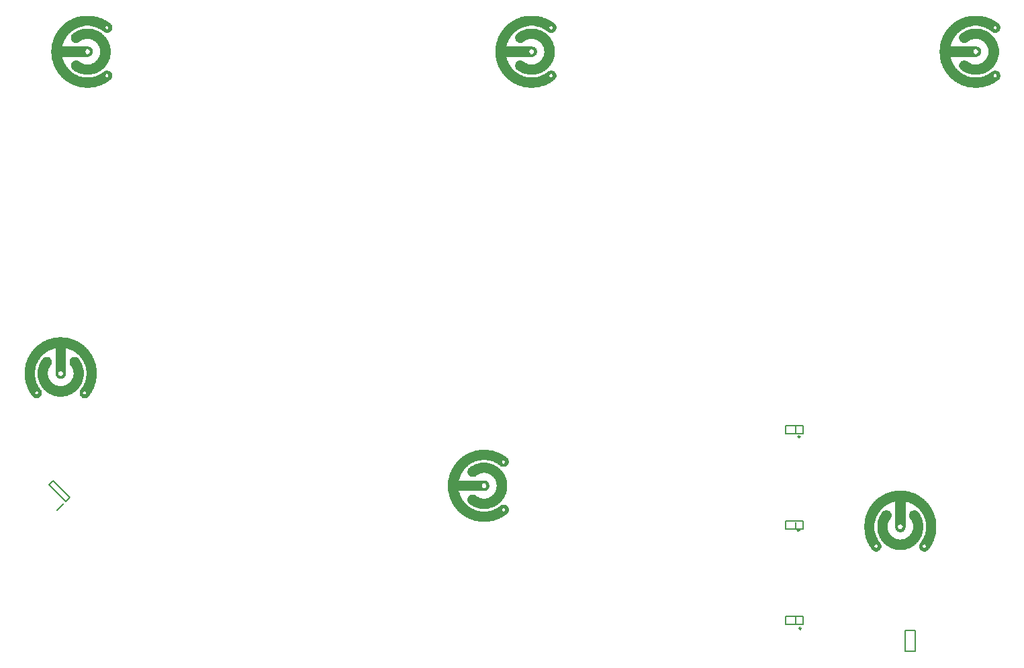
<source format=gbo>
G04 Layer_Color=32896*
%FSLAX44Y44*%
%MOMM*%
G71*
G01*
G75*
%ADD38C,0.2540*%
%ADD41C,0.2000*%
%ADD70C,0.0508*%
D38*
X1233500Y448750D02*
G03*
X1233500Y448750I-1250J0D01*
G01*
X1232750Y330750D02*
G03*
X1232750Y330750I-1250J0D01*
G01*
X1235000Y206750D02*
G03*
X1235000Y206750I-1250J0D01*
G01*
D41*
X308132Y366918D02*
X313081Y371868D01*
X291868Y393082D02*
X313081Y371868D01*
X286919Y388132D02*
X291868Y393082D01*
X286919Y388132D02*
X308132Y366918D01*
X296995Y356135D02*
X305480Y364620D01*
X1215250Y222000D02*
X1237250D01*
Y212000D02*
Y222000D01*
X1215250Y212000D02*
X1237250D01*
X1215250D02*
Y222000D01*
X1227750Y212000D02*
Y221000D01*
X1215250Y462500D02*
X1237250D01*
Y452500D02*
Y462500D01*
X1215250Y452500D02*
X1237250D01*
X1215250D02*
Y462500D01*
X1227750Y452500D02*
Y461500D01*
X1215250Y342000D02*
X1237250D01*
Y332000D02*
Y342000D01*
X1215250Y332000D02*
X1237250D01*
X1215250D02*
Y342000D01*
X1227750Y332000D02*
Y341000D01*
X1366500Y204500D02*
X1379000D01*
X1366500Y178000D02*
X1379000D01*
X1366500D02*
Y204500D01*
X1379000Y178000D02*
Y204500D01*
D70*
X255804Y525396D02*
Y532000D01*
X256312Y521332D02*
Y536064D01*
X256820Y518792D02*
Y539112D01*
X257328Y516760D02*
Y541144D01*
X257836Y514728D02*
Y542668D01*
X258344Y513204D02*
Y544192D01*
X258852Y512188D02*
Y545208D01*
X259360Y510664D02*
Y546732D01*
X259868Y509648D02*
Y547748D01*
X260376Y508632D02*
Y548764D01*
X260884Y507616D02*
Y549780D01*
X261392Y506600D02*
Y550796D01*
X261900Y505584D02*
Y551812D01*
X262408Y505076D02*
Y552320D01*
X262916Y504060D02*
Y553336D01*
X263424Y503552D02*
Y554352D01*
X263932Y502536D02*
Y554860D01*
X264440Y502028D02*
Y555368D01*
X264948Y501520D02*
Y556384D01*
X265456Y500504D02*
Y556892D01*
X265964Y499996D02*
Y557400D01*
X266472Y499488D02*
Y557908D01*
X266980Y498980D02*
Y558924D01*
X267488Y498980D02*
Y559432D01*
X267996Y498472D02*
Y559940D01*
X268504Y498472D02*
Y503044D01*
Y505076D02*
Y523364D01*
Y534032D02*
Y560448D01*
X269012Y497964D02*
Y502536D01*
Y506092D02*
Y520824D01*
Y536572D02*
Y560956D01*
X269520Y497964D02*
Y502028D01*
Y506092D02*
Y519300D01*
Y538604D02*
Y561464D01*
X270028Y497964D02*
Y502028D01*
Y506600D02*
Y517776D01*
Y540128D02*
Y561972D01*
X270536Y497964D02*
Y502028D01*
Y506600D02*
Y516252D01*
Y541144D02*
Y562480D01*
X271044Y497964D02*
Y502028D01*
Y506600D02*
Y515236D01*
Y542160D02*
Y562480D01*
X271552Y497964D02*
Y502028D01*
Y506600D02*
Y514220D01*
Y543176D02*
Y562988D01*
X272060Y497964D02*
Y502536D01*
Y506092D02*
Y513204D01*
Y544192D02*
Y563496D01*
X272568Y498472D02*
Y503044D01*
Y505584D02*
Y512188D01*
Y523364D02*
Y534032D01*
Y545208D02*
Y564004D01*
X273076Y498472D02*
Y511172D01*
Y521332D02*
Y536572D01*
Y546224D02*
Y564512D01*
X273584Y498980D02*
Y510664D01*
Y519300D02*
Y538096D01*
Y546732D02*
Y565020D01*
X274092Y498980D02*
Y509648D01*
Y518284D02*
Y539620D01*
Y547748D02*
Y565020D01*
X274600Y499488D02*
Y509140D01*
Y516760D02*
Y540636D01*
Y548256D02*
Y565528D01*
X275108Y499996D02*
Y508632D01*
Y515744D02*
Y541652D01*
Y548764D02*
Y566036D01*
X275616Y500504D02*
Y507616D01*
Y514728D02*
Y542668D01*
Y549780D02*
Y566036D01*
X276124Y501520D02*
Y507108D01*
Y514220D02*
Y543684D01*
Y550288D02*
Y566544D01*
X276632Y503044D02*
Y505584D01*
Y513204D02*
Y544700D01*
Y550796D02*
Y567052D01*
X277140Y512188D02*
Y545208D01*
Y551304D02*
Y567052D01*
X277648Y511680D02*
Y545716D01*
Y551812D02*
Y567560D01*
X278156Y511172D02*
Y546732D01*
Y552320D02*
Y568068D01*
X278664Y510664D02*
Y547240D01*
Y552828D02*
Y568068D01*
X279172Y509648D02*
Y547748D01*
Y553336D02*
Y568576D01*
X279680Y509140D02*
Y548256D01*
Y553844D02*
Y568576D01*
X280188Y508632D02*
Y548256D01*
Y554352D02*
Y569084D01*
X280696Y508124D02*
Y548764D01*
Y554352D02*
Y569084D01*
X281204Y507616D02*
Y548764D01*
Y554860D02*
Y569592D01*
X281712Y507108D02*
Y549272D01*
Y555368D02*
Y569592D01*
X282220Y506600D02*
Y549272D01*
Y555876D02*
Y570100D01*
X282728Y506600D02*
Y549272D01*
Y555876D02*
Y570100D01*
X283236Y506092D02*
Y549272D01*
Y556384D02*
Y570608D01*
X283744Y505584D02*
Y549272D01*
Y556892D02*
Y570608D01*
X284252Y505076D02*
Y549272D01*
Y556892D02*
Y570608D01*
X284760Y505076D02*
Y525904D01*
Y532000D02*
Y549272D01*
Y557400D02*
Y571116D01*
X285268Y504568D02*
Y523872D01*
Y534032D02*
Y548764D01*
Y557400D02*
Y571116D01*
X285776Y504060D02*
Y522348D01*
Y535048D02*
Y548764D01*
Y557908D02*
Y571624D01*
X286284Y504060D02*
Y521332D01*
Y536064D02*
Y548764D01*
Y557908D02*
Y571624D01*
X286792Y503552D02*
Y520316D01*
Y537080D02*
Y548256D01*
Y558416D02*
Y571624D01*
X287300Y503552D02*
Y519808D01*
Y538096D02*
Y547748D01*
Y558416D02*
Y572132D01*
X287808Y503044D02*
Y518792D01*
Y538604D02*
Y547240D01*
Y558924D02*
Y572132D01*
X288316Y503044D02*
Y518284D01*
Y539620D02*
Y546732D01*
Y558924D02*
Y572132D01*
X288824Y502536D02*
Y517776D01*
Y540128D02*
Y545716D01*
Y559432D02*
Y572132D01*
X289332Y502536D02*
Y517268D01*
Y541652D02*
Y544700D01*
Y559432D02*
Y572640D01*
X289840Y502028D02*
Y516760D01*
Y559432D02*
Y572640D01*
X290348Y502028D02*
Y516252D01*
Y559940D02*
Y572640D01*
X290856Y501520D02*
Y515744D01*
Y559940D02*
Y572640D01*
X291364Y501520D02*
Y515236D01*
Y559940D02*
Y573148D01*
X291872Y501520D02*
Y515236D01*
Y560448D02*
Y573148D01*
X292380Y501012D02*
Y514728D01*
Y560448D02*
Y573148D01*
X292888Y501012D02*
Y514728D01*
Y560448D02*
Y573148D01*
X293396Y501012D02*
Y514220D01*
Y560956D02*
Y573148D01*
X293904Y501012D02*
Y513712D01*
Y560956D02*
Y573656D01*
X294412Y500504D02*
Y513712D01*
Y560956D02*
Y573656D01*
X294920Y500504D02*
Y513712D01*
Y527428D02*
Y573656D01*
X295428Y500504D02*
Y513204D01*
Y525904D02*
Y573656D01*
X295936Y500504D02*
Y513204D01*
Y524888D02*
Y573656D01*
X296444Y500504D02*
Y513204D01*
Y524380D02*
Y573656D01*
X296952Y499996D02*
Y512696D01*
Y523872D02*
Y573656D01*
X297460Y499996D02*
Y512696D01*
Y523364D02*
Y573656D01*
X297968Y499996D02*
Y512696D01*
Y523364D02*
Y527428D01*
Y530476D02*
Y573656D01*
X298476Y499996D02*
Y512696D01*
Y522856D02*
Y526412D01*
Y530984D02*
Y574164D01*
X298984Y499996D02*
Y512696D01*
Y522856D02*
Y525904D01*
Y531492D02*
Y574164D01*
X299492Y499996D02*
Y512188D01*
Y522348D02*
Y525904D01*
Y531492D02*
Y574164D01*
X300000Y499996D02*
Y512188D01*
Y522348D02*
Y525396D01*
Y532000D02*
Y574164D01*
X300508Y499996D02*
Y512188D01*
Y522348D02*
Y525396D01*
Y532000D02*
Y574164D01*
X301016Y499996D02*
Y512188D01*
Y522348D02*
Y525396D01*
Y532000D02*
Y574164D01*
X301524Y499996D02*
Y512188D01*
Y522348D02*
Y525396D01*
Y532000D02*
Y574164D01*
X302032Y499996D02*
Y512188D01*
Y522348D02*
Y525396D01*
Y532000D02*
Y574164D01*
X302540Y499996D02*
Y512696D01*
Y522856D02*
Y525904D01*
Y531492D02*
Y574164D01*
X303048Y499996D02*
Y512696D01*
Y522856D02*
Y526412D01*
Y531492D02*
Y574164D01*
X303556Y499996D02*
Y512696D01*
Y522856D02*
Y526920D01*
Y530476D02*
Y573656D01*
X304064Y499996D02*
Y512696D01*
Y523364D02*
Y527936D01*
Y529968D02*
Y573656D01*
X304572Y499996D02*
Y512696D01*
Y523364D02*
Y573656D01*
X305080Y500504D02*
Y512696D01*
Y523872D02*
Y573656D01*
X305588Y500504D02*
Y513204D01*
Y524380D02*
Y573656D01*
X306096Y500504D02*
Y513204D01*
Y524888D02*
Y573656D01*
X306604Y500504D02*
Y513204D01*
Y525904D02*
Y573656D01*
X307112Y500504D02*
Y513712D01*
Y527936D02*
Y573656D01*
X307620Y500504D02*
Y513712D01*
Y560956D02*
Y573656D01*
X308128Y501012D02*
Y514220D01*
Y560956D02*
Y573656D01*
X308636Y501012D02*
Y514220D01*
Y560448D02*
Y573148D01*
X309144Y501012D02*
Y514728D01*
Y560448D02*
Y573148D01*
X309652Y501520D02*
Y514728D01*
Y560448D02*
Y573148D01*
X310160Y501520D02*
Y515236D01*
Y560448D02*
Y573148D01*
X310668Y501520D02*
Y515744D01*
Y559940D02*
Y573148D01*
X311176Y502028D02*
Y516252D01*
Y559940D02*
Y572640D01*
X311684Y502028D02*
Y516252D01*
Y559940D02*
Y572640D01*
X312192Y502028D02*
Y516760D01*
Y559432D02*
Y572640D01*
X312700Y502536D02*
Y517268D01*
Y541144D02*
Y545208D01*
Y559432D02*
Y572640D01*
X313208Y502536D02*
Y517776D01*
Y539620D02*
Y546224D01*
Y558924D02*
Y572132D01*
X313716Y503044D02*
Y518792D01*
Y539112D02*
Y547240D01*
Y558924D02*
Y572132D01*
X314224Y503044D02*
Y519300D01*
Y538604D02*
Y547748D01*
Y558924D02*
Y572132D01*
X314732Y503552D02*
Y519808D01*
Y537588D02*
Y547748D01*
Y558416D02*
Y571624D01*
X315240Y503552D02*
Y520824D01*
Y537080D02*
Y548256D01*
Y558416D02*
Y571624D01*
X315748Y504060D02*
Y521840D01*
Y536064D02*
Y548764D01*
Y557908D02*
Y571624D01*
X316256Y504568D02*
Y522856D01*
Y534540D02*
Y548764D01*
Y557908D02*
Y571116D01*
X316764Y504568D02*
Y524380D01*
Y533016D02*
Y548764D01*
Y557400D02*
Y571116D01*
X317272Y505076D02*
Y526920D01*
Y530476D02*
Y549272D01*
Y557400D02*
Y571116D01*
X317780Y505584D02*
Y549272D01*
Y556892D02*
Y570608D01*
X318288Y505584D02*
Y549272D01*
Y556384D02*
Y570608D01*
X318796Y506092D02*
Y549272D01*
Y556384D02*
Y570100D01*
X319304Y506600D02*
Y549272D01*
Y555876D02*
Y570100D01*
X319812Y507108D02*
Y549272D01*
Y555368D02*
Y570100D01*
X320320Y507616D02*
Y548764D01*
Y555368D02*
Y569592D01*
X320828Y508124D02*
Y548764D01*
Y554860D02*
Y569592D01*
X321336Y508632D02*
Y548764D01*
Y554352D02*
Y569084D01*
X321844Y509140D02*
Y548256D01*
Y553844D02*
Y569084D01*
X322352Y509648D02*
Y547748D01*
Y553336D02*
Y568576D01*
X322860Y510156D02*
Y547748D01*
Y553336D02*
Y568068D01*
X323368Y510664D02*
Y546732D01*
Y552828D02*
Y568068D01*
X323876Y511172D02*
Y546224D01*
Y552320D02*
Y567560D01*
X324384Y512188D02*
Y545716D01*
Y551812D02*
Y567560D01*
X324892Y512696D02*
Y544700D01*
Y551304D02*
Y567052D01*
X325400Y502028D02*
Y506092D01*
Y513712D02*
Y544192D01*
Y550796D02*
Y566544D01*
X325908Y501012D02*
Y507616D01*
Y514220D02*
Y543176D01*
Y549780D02*
Y566544D01*
X326416Y500504D02*
Y508124D01*
Y515236D02*
Y542160D01*
Y549272D02*
Y566036D01*
X326924Y499488D02*
Y508632D01*
Y516252D02*
Y541144D01*
Y548764D02*
Y565528D01*
X327432Y499488D02*
Y509648D01*
Y517268D02*
Y540128D01*
Y548256D02*
Y565528D01*
X327940Y498980D02*
Y510156D01*
Y518792D02*
Y539112D01*
Y547240D02*
Y565020D01*
X328448Y498472D02*
Y511172D01*
Y520316D02*
Y537588D01*
Y546732D02*
Y564512D01*
X328956Y498472D02*
Y503044D01*
Y505076D02*
Y511680D01*
Y521840D02*
Y535556D01*
Y545716D02*
Y564004D01*
X329464Y498472D02*
Y502536D01*
Y506092D02*
Y512696D01*
Y524888D02*
Y533016D01*
Y544700D02*
Y564004D01*
X329972Y497964D02*
Y502028D01*
Y506092D02*
Y513712D01*
Y544192D02*
Y563496D01*
X330480Y497964D02*
Y502028D01*
Y506600D02*
Y514728D01*
Y543176D02*
Y562988D01*
X330988Y497964D02*
Y502028D01*
Y506600D02*
Y515744D01*
Y541652D02*
Y562480D01*
X331496Y497964D02*
Y502028D01*
Y506600D02*
Y516760D01*
Y540636D02*
Y561972D01*
X332004Y497964D02*
Y502028D01*
Y506600D02*
Y518284D01*
Y539112D02*
Y561464D01*
X332512Y497964D02*
Y502536D01*
Y506092D02*
Y519808D01*
Y537588D02*
Y560956D01*
X333020Y498472D02*
Y503044D01*
Y505584D02*
Y521840D01*
Y535556D02*
Y560448D01*
X333528Y498472D02*
Y524888D01*
Y532508D02*
Y559940D01*
X334036Y498472D02*
Y559432D01*
X334544Y498980D02*
Y558924D01*
X335052Y499488D02*
Y558416D01*
X335560Y499488D02*
Y557908D01*
X336068Y499996D02*
Y557400D01*
X336576Y501012D02*
Y556384D01*
X337084Y501520D02*
Y555876D01*
X337592Y502028D02*
Y555368D01*
X338100Y503044D02*
Y554352D01*
X338608Y503552D02*
Y553844D01*
X339116Y504568D02*
Y552828D01*
X339624Y505076D02*
Y552320D01*
X340132Y506092D02*
Y551304D01*
X340640Y507108D02*
Y550288D01*
X341148Y508124D02*
Y549272D01*
X341656Y509140D02*
Y548256D01*
X342164Y510156D02*
Y547240D01*
X342672Y511172D02*
Y546224D01*
X343180Y512696D02*
Y544700D01*
X343688Y514220D02*
Y543684D01*
X344196Y515744D02*
Y542160D01*
X344704Y517268D02*
Y540128D01*
X345212Y519808D02*
Y538096D01*
X345720Y522856D02*
Y535048D01*
X828396Y431900D02*
X840588D01*
X825348Y431392D02*
X843636D01*
X823316Y430884D02*
X846176D01*
X821284Y430376D02*
X847700D01*
X819760Y429868D02*
X849224D01*
X818744Y429360D02*
X850748D01*
X817220Y428852D02*
X852272D01*
X816204Y428344D02*
X853288D01*
X815188Y427836D02*
X854304D01*
X814172Y427328D02*
X855320D01*
X813156Y426820D02*
X856336D01*
X812140Y426312D02*
X857352D01*
X811124Y425804D02*
X858368D01*
X810616Y425296D02*
X858876D01*
X809600Y424788D02*
X859892D01*
X809092Y424280D02*
X860400D01*
X808076Y423772D02*
X861416D01*
X807568Y423264D02*
X861924D01*
X807060Y422756D02*
X862432D01*
X806044Y422248D02*
X863448D01*
X805536Y421740D02*
X863956D01*
X805028Y421232D02*
X863956D01*
X804520Y420724D02*
X864464D01*
X804012Y420216D02*
X864972D01*
X803504Y419708D02*
X830936D01*
X838556D02*
X864972D01*
X802996Y419200D02*
X827888D01*
X841604D02*
X857860D01*
X860400D02*
X864972D01*
X802488Y418692D02*
X825856D01*
X843636D02*
X857352D01*
X860908D02*
X865480D01*
X801980Y418184D02*
X824332D01*
X845160D02*
X856844D01*
X861416D02*
X865480D01*
X801472Y417676D02*
X822808D01*
X846684D02*
X856844D01*
X861416D02*
X865480D01*
X800964Y417168D02*
X821792D01*
X847700D02*
X856844D01*
X861416D02*
X865480D01*
X800456Y416660D02*
X820268D01*
X848716D02*
X856844D01*
X861416D02*
X865480D01*
X799948Y416152D02*
X819252D01*
X849732D02*
X857352D01*
X861416D02*
X865480D01*
X799440Y415644D02*
X818744D01*
X830428D02*
X838556D01*
X850748D02*
X857352D01*
X860908D02*
X864972D01*
X799440Y415136D02*
X817728D01*
X827888D02*
X841604D01*
X851764D02*
X858368D01*
X860400D02*
X864972D01*
X798932Y414628D02*
X816712D01*
X825856D02*
X843128D01*
X852272D02*
X864972D01*
X798424Y414120D02*
X816204D01*
X824332D02*
X844652D01*
X853288D02*
X864464D01*
X797916Y413612D02*
X815188D01*
X823316D02*
X846176D01*
X853796D02*
X863956D01*
X797916Y413104D02*
X814680D01*
X822300D02*
X847192D01*
X854812D02*
X863956D01*
X797408Y412596D02*
X814172D01*
X821284D02*
X848208D01*
X855320D02*
X862940D01*
X796900Y412088D02*
X813664D01*
X820268D02*
X849224D01*
X855828D02*
X862432D01*
X796900Y411580D02*
X812648D01*
X819252D02*
X849732D01*
X857352D02*
X861416D01*
X796392Y411072D02*
X812140D01*
X818744D02*
X850748D01*
X795884Y410564D02*
X811632D01*
X817728D02*
X851256D01*
X795884Y410056D02*
X811124D01*
X817220D02*
X852272D01*
X795376Y409548D02*
X810616D01*
X816712D02*
X852780D01*
X795376Y409040D02*
X810108D01*
X815696D02*
X853288D01*
X794868Y408532D02*
X810108D01*
X815696D02*
X853796D01*
X794360Y408024D02*
X809600D01*
X815188D02*
X854304D01*
X794360Y407516D02*
X809092D01*
X814680D02*
X854812D01*
X793852Y407008D02*
X808584D01*
X814680D02*
X855320D01*
X793852Y406500D02*
X808076D01*
X814680D02*
X855828D01*
X793344Y405992D02*
X808076D01*
X814172D02*
X856336D01*
X793344Y405484D02*
X807568D01*
X814172D02*
X856844D01*
X793344Y404976D02*
X807060D01*
X814172D02*
X857352D01*
X792836Y404468D02*
X807060D01*
X814172D02*
X857860D01*
X792836Y403960D02*
X806552D01*
X814172D02*
X857860D01*
X792328Y403452D02*
X806044D01*
X814172D02*
X832968D01*
X836524D02*
X858368D01*
X792328Y402944D02*
X806044D01*
X814680D02*
X830428D01*
X839064D02*
X858876D01*
X792328Y402436D02*
X805536D01*
X814680D02*
X828904D01*
X840588D02*
X858876D01*
X791820Y401928D02*
X805536D01*
X814680D02*
X827380D01*
X841604D02*
X859384D01*
X791820Y401420D02*
X805028D01*
X815188D02*
X826364D01*
X842620D02*
X859892D01*
X791820Y400912D02*
X805028D01*
X815696D02*
X825856D01*
X843636D02*
X859892D01*
X791312Y400404D02*
X804520D01*
X815696D02*
X824840D01*
X844144D02*
X860400D01*
X791312Y399896D02*
X804520D01*
X816204D02*
X824332D01*
X844652D02*
X860400D01*
X791312Y399388D02*
X804520D01*
X817220D02*
X823824D01*
X845668D02*
X860908D01*
X790804Y398880D02*
X804012D01*
X818236D02*
X822300D01*
X846176D02*
X860908D01*
X790804Y398372D02*
X804012D01*
X846684D02*
X861416D01*
X790804Y397864D02*
X803504D01*
X847192D02*
X861416D01*
X790804Y397356D02*
X803504D01*
X847192D02*
X861416D01*
X790296Y396848D02*
X803504D01*
X847700D02*
X861924D01*
X790296Y396340D02*
X802996D01*
X848208D02*
X861924D01*
X790296Y395832D02*
X802996D01*
X848716D02*
X861924D01*
X790296Y395324D02*
X802996D01*
X848716D02*
X862432D01*
X790296Y394816D02*
X802996D01*
X849224D02*
X862432D01*
X789788Y394308D02*
X802488D01*
X849224D02*
X862432D01*
X789788Y393800D02*
X802488D01*
X849732D02*
X862940D01*
X789788Y393292D02*
X835508D01*
X849732D02*
X862940D01*
X789788Y392784D02*
X837540D01*
X850240D02*
X862940D01*
X789788Y392276D02*
X838556D01*
X850240D02*
X862940D01*
X789788Y391768D02*
X839064D01*
X850240D02*
X862940D01*
X789788Y391260D02*
X839572D01*
X850748D02*
X862940D01*
X789788Y390752D02*
X840080D01*
X850748D02*
X863448D01*
X789788Y390244D02*
X833476D01*
X835508D02*
X840080D01*
X850748D02*
X863448D01*
X789788Y389736D02*
X832968D01*
X836524D02*
X840588D01*
X850748D02*
X863448D01*
X789280Y389228D02*
X831952D01*
X837032D02*
X840588D01*
X850748D02*
X863448D01*
X789280Y388720D02*
X831952D01*
X837540D02*
X840588D01*
X850748D02*
X863448D01*
X789280Y388212D02*
X831444D01*
X838048D02*
X841096D01*
X851256D02*
X863448D01*
X789280Y387704D02*
X831444D01*
X838048D02*
X841096D01*
X851256D02*
X863448D01*
X789280Y387196D02*
X831444D01*
X838048D02*
X841096D01*
X851256D02*
X863448D01*
X789280Y386688D02*
X831444D01*
X838048D02*
X841096D01*
X851256D02*
X863448D01*
X789280Y386180D02*
X831444D01*
X838048D02*
X841096D01*
X851256D02*
X863448D01*
X789280Y385672D02*
X831952D01*
X837540D02*
X841096D01*
X851256D02*
X863448D01*
X789280Y385164D02*
X831952D01*
X837540D02*
X840588D01*
X850748D02*
X863448D01*
X789280Y384656D02*
X832460D01*
X837032D02*
X840588D01*
X850748D02*
X863448D01*
X789788Y384148D02*
X832968D01*
X836016D02*
X840080D01*
X850748D02*
X863448D01*
X789788Y383640D02*
X840080D01*
X850748D02*
X863448D01*
X789788Y383132D02*
X839572D01*
X850748D02*
X863448D01*
X789788Y382624D02*
X839064D01*
X850240D02*
X862940D01*
X789788Y382116D02*
X838556D01*
X850240D02*
X862940D01*
X789788Y381608D02*
X837540D01*
X850240D02*
X862940D01*
X789788Y381100D02*
X836016D01*
X849732D02*
X862940D01*
X789788Y380592D02*
X802488D01*
X849732D02*
X862940D01*
X789788Y380084D02*
X802488D01*
X849732D02*
X862432D01*
X790296Y379576D02*
X802488D01*
X849224D02*
X862432D01*
X790296Y379068D02*
X802996D01*
X848716D02*
X862432D01*
X790296Y378560D02*
X802996D01*
X848716D02*
X862432D01*
X790296Y378052D02*
X802996D01*
X848208D02*
X861924D01*
X790296Y377544D02*
X803504D01*
X848208D02*
X861924D01*
X790804Y377036D02*
X803504D01*
X847700D02*
X861924D01*
X790804Y376528D02*
X803504D01*
X847192D02*
X861416D01*
X790804Y376020D02*
X804012D01*
X846684D02*
X861416D01*
X790804Y375512D02*
X804012D01*
X818744D02*
X821792D01*
X846176D02*
X860908D01*
X791312Y375004D02*
X804012D01*
X817728D02*
X823316D01*
X845668D02*
X860908D01*
X791312Y374496D02*
X804520D01*
X816712D02*
X823824D01*
X845160D02*
X860400D01*
X791312Y373988D02*
X804520D01*
X816204D02*
X824840D01*
X844652D02*
X860400D01*
X791312Y373480D02*
X805028D01*
X815696D02*
X825348D01*
X843636D02*
X859892D01*
X791820Y372972D02*
X805028D01*
X815188D02*
X826364D01*
X843128D02*
X859892D01*
X791820Y372464D02*
X805536D01*
X814680D02*
X827380D01*
X842112D02*
X859384D01*
X791820Y371956D02*
X805536D01*
X814680D02*
X828396D01*
X841096D02*
X859384D01*
X792328Y371448D02*
X806044D01*
X814680D02*
X829412D01*
X839572D02*
X858876D01*
X792328Y370940D02*
X806044D01*
X814172D02*
X831444D01*
X837540D02*
X858368D01*
X792836Y370432D02*
X806552D01*
X814172D02*
X858368D01*
X792836Y369924D02*
X806552D01*
X814172D02*
X857860D01*
X792836Y369416D02*
X807060D01*
X814172D02*
X857352D01*
X793344Y368908D02*
X807568D01*
X814172D02*
X856844D01*
X793344Y368400D02*
X807568D01*
X814172D02*
X856844D01*
X793852Y367892D02*
X808076D01*
X814172D02*
X856336D01*
X793852Y367384D02*
X808584D01*
X814680D02*
X855828D01*
X794360Y366876D02*
X809092D01*
X814680D02*
X855320D01*
X794360Y366368D02*
X809092D01*
X815188D02*
X854812D01*
X794868Y365860D02*
X809600D01*
X815188D02*
X854304D01*
X794868Y365352D02*
X810108D01*
X815696D02*
X853796D01*
X795376Y364844D02*
X810616D01*
X816204D02*
X852780D01*
X795376Y364336D02*
X811124D01*
X816712D02*
X852272D01*
X795884Y363828D02*
X811632D01*
X817728D02*
X851764D01*
X796392Y363320D02*
X812140D01*
X818236D02*
X851256D01*
X796392Y362812D02*
X812648D01*
X818744D02*
X850240D01*
X857860D02*
X860400D01*
X796900Y362304D02*
X813156D01*
X819760D02*
X849224D01*
X856336D02*
X861924D01*
X797408Y361796D02*
X813664D01*
X820776D02*
X848716D01*
X855828D02*
X862940D01*
X797408Y361288D02*
X814680D01*
X821792D02*
X847700D01*
X854812D02*
X863448D01*
X797916Y360780D02*
X815188D01*
X822808D02*
X846684D01*
X854304D02*
X863956D01*
X798424Y360272D02*
X815696D01*
X823824D02*
X845160D01*
X853796D02*
X864464D01*
X798424Y359764D02*
X816712D01*
X825348D02*
X844144D01*
X852780D02*
X864464D01*
X798932Y359256D02*
X817220D01*
X826872D02*
X842112D01*
X852272D02*
X864972D01*
X799440Y358748D02*
X818236D01*
X829412D02*
X840080D01*
X851256D02*
X857860D01*
X860400D02*
X864972D01*
X799948Y358240D02*
X819252D01*
X850240D02*
X857352D01*
X860908D02*
X865480D01*
X800456Y357732D02*
X820268D01*
X849224D02*
X856844D01*
X861416D02*
X865480D01*
X800964Y357224D02*
X821284D01*
X848208D02*
X856844D01*
X861416D02*
X865480D01*
X800964Y356716D02*
X822300D01*
X847192D02*
X856844D01*
X861416D02*
X865480D01*
X801472Y356208D02*
X823316D01*
X845668D02*
X856844D01*
X861416D02*
X865480D01*
X801980Y355700D02*
X824840D01*
X844144D02*
X857352D01*
X861416D02*
X865480D01*
X802488Y355192D02*
X826872D01*
X842620D02*
X857352D01*
X860908D02*
X865480D01*
X802996Y354684D02*
X829412D01*
X840080D02*
X858368D01*
X860400D02*
X864972D01*
X803504Y354176D02*
X864972D01*
X804012Y353668D02*
X864464D01*
X804520Y353160D02*
X864464D01*
X805536Y352652D02*
X863956D01*
X806044Y352144D02*
X863448D01*
X806552Y351636D02*
X862940D01*
X807060Y351128D02*
X861924D01*
X808076Y350620D02*
X861416D01*
X808584Y350112D02*
X860908D01*
X809092Y349604D02*
X859892D01*
X810108Y349096D02*
X859384D01*
X811124Y348588D02*
X858368D01*
X811632Y348080D02*
X857860D01*
X812648Y347572D02*
X856844D01*
X813664Y347064D02*
X855828D01*
X814680Y346556D02*
X854812D01*
X815696Y346048D02*
X853796D01*
X816712Y345540D02*
X852780D01*
X818236Y345032D02*
X851256D01*
X819252Y344524D02*
X850240D01*
X820776Y344016D02*
X848716D01*
X822300Y343508D02*
X846684D01*
X824332Y343000D02*
X844652D01*
X827380Y342492D02*
X842112D01*
X831444Y341984D02*
X838048D01*
X1404400Y329412D02*
Y341604D01*
X1403892Y326364D02*
Y344652D01*
X1403384Y323824D02*
Y346684D01*
X1402876Y322300D02*
Y348716D01*
X1402368Y320776D02*
Y350240D01*
X1401860Y319252D02*
Y351256D01*
X1401352Y317728D02*
Y352780D01*
X1400844Y316712D02*
Y353796D01*
X1400336Y315696D02*
Y354812D01*
X1399828Y314680D02*
Y355828D01*
X1399320Y313664D02*
Y356844D01*
X1398812Y312648D02*
Y357860D01*
X1398304Y311632D02*
Y358876D01*
X1397796Y311124D02*
Y359384D01*
X1397288Y310108D02*
Y360400D01*
X1396780Y309600D02*
Y360908D01*
X1396272Y308584D02*
Y361924D01*
X1395764Y308076D02*
Y362432D01*
X1395256Y307568D02*
Y362940D01*
X1394748Y306552D02*
Y363956D01*
X1394240Y306044D02*
Y364464D01*
X1393732Y306044D02*
Y364972D01*
X1393224Y305536D02*
Y365480D01*
X1392716Y305028D02*
Y365988D01*
X1392208Y339064D02*
Y366496D01*
Y305028D02*
Y331444D01*
X1391700Y342112D02*
Y367004D01*
Y312140D02*
Y328396D01*
Y305028D02*
Y309600D01*
X1391192Y344144D02*
Y367512D01*
Y312648D02*
Y326364D01*
Y304520D02*
Y309092D01*
X1390684Y345668D02*
Y368020D01*
Y313156D02*
Y324840D01*
Y304520D02*
Y308584D01*
X1390176Y347192D02*
Y368528D01*
Y313156D02*
Y323316D01*
Y304520D02*
Y308584D01*
X1389668Y348208D02*
Y369036D01*
Y313156D02*
Y322300D01*
Y304520D02*
Y308584D01*
X1389160Y349732D02*
Y369544D01*
Y313156D02*
Y321284D01*
Y304520D02*
Y308584D01*
X1388652Y350748D02*
Y370052D01*
Y312648D02*
Y320268D01*
Y304520D02*
Y308584D01*
X1388144Y351256D02*
Y370560D01*
Y331444D02*
Y339572D01*
Y312648D02*
Y319252D01*
Y305028D02*
Y309092D01*
X1387636Y352272D02*
Y370560D01*
Y328396D02*
Y342112D01*
Y311632D02*
Y318236D01*
Y305028D02*
Y309600D01*
X1387128Y353288D02*
Y371068D01*
Y326872D02*
Y344144D01*
Y305028D02*
Y317728D01*
X1386620Y353796D02*
Y371576D01*
Y325348D02*
Y345668D01*
Y305536D02*
Y316712D01*
X1386112Y354812D02*
Y372084D01*
Y323824D02*
Y346684D01*
Y306044D02*
Y316204D01*
X1385604Y355320D02*
Y372084D01*
Y322808D02*
Y347700D01*
Y306044D02*
Y315188D01*
X1385096Y355828D02*
Y372592D01*
Y321792D02*
Y348716D01*
Y307060D02*
Y314680D01*
X1384588Y356336D02*
Y373100D01*
Y320776D02*
Y349732D01*
Y307568D02*
Y314172D01*
X1384080Y357352D02*
Y373100D01*
Y320268D02*
Y350748D01*
Y308584D02*
Y312648D01*
X1383572Y357860D02*
Y373608D01*
Y319252D02*
Y351256D01*
X1383064Y358368D02*
Y374116D01*
Y318744D02*
Y352272D01*
X1382556Y358876D02*
Y374116D01*
Y317728D02*
Y352780D01*
X1382048Y359384D02*
Y374624D01*
Y317220D02*
Y353288D01*
X1381540Y359892D02*
Y374624D01*
Y316712D02*
Y354304D01*
X1381032Y359892D02*
Y375132D01*
Y316204D02*
Y354304D01*
X1380524Y360400D02*
Y375640D01*
Y315696D02*
Y354812D01*
X1380016Y360908D02*
Y375640D01*
Y315188D02*
Y355320D01*
X1379508Y361416D02*
Y376148D01*
Y314680D02*
Y355320D01*
X1379000Y361924D02*
Y376148D01*
Y314172D02*
Y355320D01*
X1378492Y361924D02*
Y376656D01*
Y313664D02*
Y355828D01*
X1377984Y362432D02*
Y376656D01*
Y313156D02*
Y355828D01*
X1377476Y362940D02*
Y376656D01*
Y312648D02*
Y355828D01*
X1376968Y362940D02*
Y377164D01*
Y312140D02*
Y355828D01*
X1376460Y363448D02*
Y377164D01*
Y312140D02*
Y355828D01*
X1375952Y363956D02*
Y377672D01*
Y337032D02*
Y355828D01*
Y311632D02*
Y333476D01*
X1375444Y363956D02*
Y377672D01*
Y339572D02*
Y355320D01*
Y311124D02*
Y330936D01*
X1374936Y364464D02*
Y377672D01*
Y341096D02*
Y355320D01*
Y311124D02*
Y329412D01*
X1374428Y364464D02*
Y378180D01*
Y342620D02*
Y355320D01*
Y310616D02*
Y328396D01*
X1373920Y364972D02*
Y378180D01*
Y343636D02*
Y354812D01*
Y310108D02*
Y327380D01*
X1373412Y364972D02*
Y378180D01*
Y344144D02*
Y354304D01*
Y310108D02*
Y326364D01*
X1372904Y365480D02*
Y378688D01*
Y345160D02*
Y354304D01*
Y309600D02*
Y325856D01*
X1372396Y365480D02*
Y378688D01*
Y345668D02*
Y353796D01*
Y309600D02*
Y325348D01*
X1371888Y365480D02*
Y378688D01*
Y346176D02*
Y352780D01*
Y309092D02*
Y324332D01*
X1371380Y365988D02*
Y379196D01*
Y347700D02*
Y351764D01*
Y309092D02*
Y323824D01*
X1370872Y365988D02*
Y379196D01*
Y308584D02*
Y323316D01*
X1370364Y366496D02*
Y379196D01*
Y308584D02*
Y322808D01*
X1369856Y366496D02*
Y379196D01*
Y308584D02*
Y322808D01*
X1369348Y366496D02*
Y379704D01*
Y308076D02*
Y322300D01*
X1368840Y367004D02*
Y379704D01*
Y308076D02*
Y321792D01*
X1368332Y367004D02*
Y379704D01*
Y308076D02*
Y321284D01*
X1367824Y367004D02*
Y379704D01*
Y307568D02*
Y321284D01*
X1367316Y367004D02*
Y379704D01*
Y307568D02*
Y320776D01*
X1366808Y367512D02*
Y380212D01*
Y307568D02*
Y320776D01*
X1366300Y367512D02*
Y380212D01*
Y307060D02*
Y320268D01*
X1365792Y334492D02*
Y380212D01*
Y307060D02*
Y320268D01*
X1365284Y332460D02*
Y380212D01*
Y307060D02*
Y319760D01*
X1364776Y331444D02*
Y380212D01*
Y307060D02*
Y319760D01*
X1364268Y330936D02*
Y380212D01*
Y307060D02*
Y319760D01*
X1363760Y330428D02*
Y380212D01*
Y307060D02*
Y319252D01*
X1363252Y329920D02*
Y380212D01*
Y306552D02*
Y319252D01*
X1362744Y336524D02*
Y380212D01*
Y329920D02*
Y334492D01*
Y306552D02*
Y319252D01*
X1362236Y337032D02*
Y380212D01*
Y329412D02*
Y333476D01*
Y306552D02*
Y319252D01*
X1361728Y338048D02*
Y380720D01*
Y329412D02*
Y332968D01*
Y306552D02*
Y319252D01*
X1361220Y338048D02*
Y380720D01*
Y329412D02*
Y332460D01*
Y306552D02*
Y319252D01*
X1360712Y338556D02*
Y380720D01*
Y328904D02*
Y331952D01*
Y306552D02*
Y318744D01*
X1360204Y338556D02*
Y380720D01*
Y328904D02*
Y331952D01*
Y306552D02*
Y318744D01*
X1359696Y338556D02*
Y380720D01*
Y328904D02*
Y331952D01*
Y306552D02*
Y318744D01*
X1359188Y338556D02*
Y380720D01*
Y328904D02*
Y331952D01*
Y306552D02*
Y318744D01*
X1358680Y338556D02*
Y380720D01*
Y328904D02*
Y331952D01*
Y306552D02*
Y318744D01*
X1358172Y338048D02*
Y380720D01*
Y328904D02*
Y332460D01*
Y306552D02*
Y318744D01*
X1357664Y338048D02*
Y380720D01*
Y329412D02*
Y332460D01*
Y306552D02*
Y319252D01*
X1357156Y337540D02*
Y380720D01*
Y329412D02*
Y332968D01*
Y306552D02*
Y319252D01*
X1356648Y337032D02*
Y380212D01*
Y329920D02*
Y333984D01*
Y306552D02*
Y319252D01*
X1356140Y329920D02*
Y380212D01*
Y306552D02*
Y319252D01*
X1355632Y330428D02*
Y380212D01*
Y306552D02*
Y319252D01*
X1355124Y330936D02*
Y380212D01*
Y307060D02*
Y319760D01*
X1354616Y331444D02*
Y380212D01*
Y307060D02*
Y319760D01*
X1354108Y332460D02*
Y380212D01*
Y307060D02*
Y319760D01*
X1353600Y333984D02*
Y380212D01*
Y307060D02*
Y320268D01*
X1353092Y367512D02*
Y380212D01*
Y307060D02*
Y320268D01*
X1352584Y367512D02*
Y380212D01*
Y307568D02*
Y320268D01*
X1352076Y367512D02*
Y379704D01*
Y307568D02*
Y320776D01*
X1351568Y367004D02*
Y379704D01*
Y307568D02*
Y321284D01*
X1351060Y367004D02*
Y379704D01*
Y307568D02*
Y321284D01*
X1350552Y367004D02*
Y379704D01*
Y308076D02*
Y321792D01*
X1350044Y366496D02*
Y379704D01*
Y308076D02*
Y321792D01*
X1349536Y366496D02*
Y379196D01*
Y308076D02*
Y322300D01*
X1349028Y366496D02*
Y379196D01*
Y308584D02*
Y322808D01*
X1348520Y365988D02*
Y379196D01*
Y308584D02*
Y323316D01*
X1348012Y365988D02*
Y379196D01*
Y348208D02*
Y351256D01*
Y309092D02*
Y323824D01*
X1347504Y365988D02*
Y378688D01*
Y346684D02*
Y352272D01*
Y309092D02*
Y324332D01*
X1346996Y365480D02*
Y378688D01*
Y346176D02*
Y353288D01*
Y309600D02*
Y324840D01*
X1346488Y365480D02*
Y378688D01*
Y345160D02*
Y353796D01*
Y309600D02*
Y325348D01*
X1345980Y364972D02*
Y378688D01*
Y344652D02*
Y354304D01*
Y310108D02*
Y326364D01*
X1345472Y364972D02*
Y378180D01*
Y343636D02*
Y354812D01*
Y310108D02*
Y326872D01*
X1344964Y364464D02*
Y378180D01*
Y342620D02*
Y355320D01*
Y310616D02*
Y327888D01*
X1344456Y364464D02*
Y378180D01*
Y341604D02*
Y355320D01*
Y310616D02*
Y328904D01*
X1343948Y363956D02*
Y377672D01*
Y340588D02*
Y355320D01*
Y311124D02*
Y330428D01*
X1343440Y363956D02*
Y377672D01*
Y338556D02*
Y355828D01*
Y311632D02*
Y332460D01*
X1342932Y363448D02*
Y377164D01*
Y311632D02*
Y355828D01*
X1342424Y363448D02*
Y377164D01*
Y312140D02*
Y355828D01*
X1341916Y362940D02*
Y377164D01*
Y312648D02*
Y355828D01*
X1341408Y362432D02*
Y376656D01*
Y313156D02*
Y355828D01*
X1340900Y362432D02*
Y376656D01*
Y313156D02*
Y355828D01*
X1340392Y361924D02*
Y376148D01*
Y313664D02*
Y355828D01*
X1339884Y361416D02*
Y376148D01*
Y314172D02*
Y355320D01*
X1339376Y360908D02*
Y375640D01*
Y314680D02*
Y355320D01*
X1338868Y360908D02*
Y375640D01*
Y315188D02*
Y354812D01*
X1338360Y360400D02*
Y375132D01*
Y315696D02*
Y354812D01*
X1337852Y359892D02*
Y375132D01*
Y316204D02*
Y354304D01*
X1337344Y359384D02*
Y374624D01*
Y317220D02*
Y353796D01*
X1336836Y358876D02*
Y374624D01*
Y317728D02*
Y353288D01*
X1336328Y358368D02*
Y374116D01*
Y318236D02*
Y352272D01*
X1335820Y357860D02*
Y373608D01*
Y318744D02*
Y351764D01*
X1335312Y357352D02*
Y373608D01*
Y319760D02*
Y351256D01*
Y309600D02*
Y312140D01*
X1334804Y356844D02*
Y373100D01*
Y320776D02*
Y350240D01*
Y308076D02*
Y313664D01*
X1334296Y356336D02*
Y372592D01*
Y321284D02*
Y349224D01*
Y307060D02*
Y314172D01*
X1333788Y355320D02*
Y372592D01*
Y322300D02*
Y348208D01*
Y306552D02*
Y315188D01*
X1333280Y354812D02*
Y372084D01*
Y323316D02*
Y347192D01*
Y306044D02*
Y315696D01*
X1332772Y354304D02*
Y371576D01*
Y324840D02*
Y346176D01*
Y305536D02*
Y316204D01*
X1332264Y353288D02*
Y371576D01*
Y325856D02*
Y344652D01*
Y305536D02*
Y317220D01*
X1331756Y352780D02*
Y371068D01*
Y327888D02*
Y343128D01*
Y305028D02*
Y317728D01*
X1331248Y351764D02*
Y370560D01*
Y329920D02*
Y340588D01*
Y312140D02*
Y318744D01*
Y305028D02*
Y309600D01*
X1330740Y350748D02*
Y370052D01*
Y312648D02*
Y319760D01*
Y304520D02*
Y309092D01*
X1330232Y349732D02*
Y369544D01*
Y313156D02*
Y320776D01*
Y304520D02*
Y308584D01*
X1329724Y348716D02*
Y369036D01*
Y313156D02*
Y321792D01*
Y304520D02*
Y308584D01*
X1329216Y347700D02*
Y369036D01*
Y313156D02*
Y322808D01*
Y304520D02*
Y308584D01*
X1328708Y346684D02*
Y368528D01*
Y313156D02*
Y324332D01*
Y304520D02*
Y308584D01*
X1328200Y345160D02*
Y368020D01*
Y312648D02*
Y325856D01*
Y304520D02*
Y308584D01*
X1327692Y343128D02*
Y367512D01*
Y312648D02*
Y327380D01*
Y304520D02*
Y309092D01*
X1327184Y340588D02*
Y367004D01*
Y311632D02*
Y329920D01*
Y305028D02*
Y309600D01*
X1326676Y305028D02*
Y366496D01*
X1326168Y305536D02*
Y365988D01*
X1325660Y305536D02*
Y365480D01*
X1325152Y306044D02*
Y364464D01*
X1324644Y306552D02*
Y363956D01*
X1324136Y307060D02*
Y363448D01*
X1323628Y308076D02*
Y362940D01*
X1323120Y308584D02*
Y361924D01*
X1322612Y309092D02*
Y361416D01*
X1322104Y310108D02*
Y360908D01*
X1321596Y310616D02*
Y359892D01*
X1321088Y311632D02*
Y358876D01*
X1320580Y312140D02*
Y358368D01*
X1320072Y313156D02*
Y357352D01*
X1319564Y314172D02*
Y356336D01*
X1319056Y315188D02*
Y355320D01*
X1318548Y316204D02*
Y354304D01*
X1318040Y317220D02*
Y353288D01*
X1317532Y318744D02*
Y351764D01*
X1317024Y319760D02*
Y350748D01*
X1316516Y321284D02*
Y349224D01*
X1316008Y323316D02*
Y347700D01*
X1315500Y325348D02*
Y345668D01*
X1314992Y327888D02*
Y342620D01*
X1314484Y331952D02*
Y338556D01*
X331444Y889484D02*
X338048D01*
X327380Y889992D02*
X342112D01*
X324332Y890500D02*
X344652D01*
X322300Y891008D02*
X346684D01*
X320776Y891516D02*
X348716D01*
X319252Y892024D02*
X350240D01*
X318236Y892532D02*
X351256D01*
X316712Y893040D02*
X352780D01*
X315696Y893548D02*
X353796D01*
X314680Y894056D02*
X354812D01*
X313664Y894564D02*
X355828D01*
X312648Y895072D02*
X356844D01*
X311632Y895580D02*
X357860D01*
X311124Y896088D02*
X358368D01*
X310108Y896596D02*
X359384D01*
X309092Y897104D02*
X359892D01*
X308584Y897612D02*
X360908D01*
X308076Y898120D02*
X361416D01*
X307060Y898628D02*
X361924D01*
X306552Y899136D02*
X362940D01*
X306044Y899644D02*
X363448D01*
X305536Y900152D02*
X363956D01*
X304520Y900660D02*
X364464D01*
X304012Y901168D02*
X364464D01*
X303504Y901676D02*
X364972D01*
X360400Y902184D02*
X364972D01*
X340080D02*
X358368D01*
X302996D02*
X329412D01*
X360908Y902692D02*
X365480D01*
X342620D02*
X357352D01*
X302488D02*
X326872D01*
X361416Y903200D02*
X365480D01*
X344144D02*
X357352D01*
X301980D02*
X324840D01*
X361416Y903708D02*
X365480D01*
X345668D02*
X356844D01*
X301472D02*
X323316D01*
X361416Y904216D02*
X365480D01*
X347192D02*
X356844D01*
X300964D02*
X322300D01*
X361416Y904724D02*
X365480D01*
X348208D02*
X356844D01*
X300964D02*
X321284D01*
X361416Y905232D02*
X365480D01*
X349224D02*
X356844D01*
X300456D02*
X320268D01*
X360908Y905740D02*
X365480D01*
X350240D02*
X357352D01*
X299948D02*
X319252D01*
X360400Y906248D02*
X364972D01*
X351256D02*
X357860D01*
X329412D02*
X340080D01*
X299440D02*
X318236D01*
X352272Y906756D02*
X364972D01*
X326872D02*
X342112D01*
X298932D02*
X317220D01*
X352780Y907264D02*
X364464D01*
X325348D02*
X344144D01*
X298424D02*
X316712D01*
X353796Y907772D02*
X364464D01*
X323824D02*
X345160D01*
X298424D02*
X315696D01*
X354304Y908280D02*
X363956D01*
X322808D02*
X346684D01*
X297916D02*
X315188D01*
X354812Y908788D02*
X363448D01*
X321792D02*
X347700D01*
X297408D02*
X314680D01*
X355828Y909296D02*
X362940D01*
X320776D02*
X348716D01*
X297408D02*
X313664D01*
X356336Y909804D02*
X361924D01*
X319760D02*
X349224D01*
X296900D02*
X313156D01*
X357860Y910312D02*
X360400D01*
X318744D02*
X350240D01*
X296392D02*
X312648D01*
X318236Y910820D02*
X351256D01*
X296392D02*
X312140D01*
X317728Y911328D02*
X351764D01*
X295884D02*
X311632D01*
X316712Y911836D02*
X352272D01*
X295376D02*
X311124D01*
X316204Y912344D02*
X352780D01*
X295376D02*
X310616D01*
X315696Y912852D02*
X353796D01*
X294868D02*
X310108D01*
X315188Y913360D02*
X354304D01*
X294868D02*
X309600D01*
X315188Y913868D02*
X354812D01*
X294360D02*
X309092D01*
X314680Y914376D02*
X355320D01*
X294360D02*
X309092D01*
X314680Y914884D02*
X355828D01*
X293852D02*
X308584D01*
X314172Y915392D02*
X356336D01*
X293852D02*
X308076D01*
X314172Y915900D02*
X356844D01*
X293344D02*
X307568D01*
X314172Y916408D02*
X356844D01*
X293344D02*
X307568D01*
X314172Y916916D02*
X357352D01*
X292836D02*
X307060D01*
X314172Y917424D02*
X357860D01*
X292836D02*
X306552D01*
X314172Y917932D02*
X358368D01*
X292836D02*
X306552D01*
X337540Y918440D02*
X358368D01*
X314172D02*
X331444D01*
X292328D02*
X306044D01*
X339572Y918948D02*
X358876D01*
X314680D02*
X329412D01*
X292328D02*
X306044D01*
X341096Y919456D02*
X359384D01*
X314680D02*
X328396D01*
X291820D02*
X305536D01*
X342112Y919964D02*
X359384D01*
X314680D02*
X327380D01*
X291820D02*
X305536D01*
X343128Y920472D02*
X359892D01*
X315188D02*
X326364D01*
X291820D02*
X305028D01*
X343636Y920980D02*
X359892D01*
X315696D02*
X325348D01*
X291312D02*
X305028D01*
X344652Y921488D02*
X360400D01*
X316204D02*
X324840D01*
X291312D02*
X304520D01*
X345160Y921996D02*
X360400D01*
X316712D02*
X323824D01*
X291312D02*
X304520D01*
X345668Y922504D02*
X360908D01*
X317728D02*
X323316D01*
X291312D02*
X304012D01*
X346176Y923012D02*
X360908D01*
X318744D02*
X321792D01*
X290804D02*
X304012D01*
X346684Y923520D02*
X361416D01*
X290804D02*
X304012D01*
X347192Y924028D02*
X361416D01*
X290804D02*
X303504D01*
X347700Y924536D02*
X361924D01*
X290804D02*
X303504D01*
X348208Y925044D02*
X361924D01*
X290296D02*
X303504D01*
X348208Y925552D02*
X361924D01*
X290296D02*
X302996D01*
X348716Y926060D02*
X362432D01*
X290296D02*
X302996D01*
X348716Y926568D02*
X362432D01*
X290296D02*
X302996D01*
X349224Y927076D02*
X362432D01*
X290296D02*
X302488D01*
X349732Y927584D02*
X362432D01*
X289788D02*
X302488D01*
X349732Y928092D02*
X362940D01*
X289788D02*
X302488D01*
X349732Y928600D02*
X362940D01*
X289788D02*
X336016D01*
X350240Y929108D02*
X362940D01*
X289788D02*
X337540D01*
X350240Y929616D02*
X362940D01*
X289788D02*
X338556D01*
X350240Y930124D02*
X362940D01*
X289788D02*
X339064D01*
X350748Y930632D02*
X363448D01*
X289788D02*
X339572D01*
X350748Y931140D02*
X363448D01*
X289788D02*
X340080D01*
X350748Y931648D02*
X363448D01*
X336016D02*
X340080D01*
X289788D02*
X332968D01*
X350748Y932156D02*
X363448D01*
X337032D02*
X340588D01*
X289280D02*
X332460D01*
X350748Y932664D02*
X363448D01*
X337540D02*
X340588D01*
X289280D02*
X331952D01*
X351256Y933172D02*
X363448D01*
X337540D02*
X341096D01*
X289280D02*
X331952D01*
X351256Y933680D02*
X363448D01*
X338048D02*
X341096D01*
X289280D02*
X331444D01*
X351256Y934188D02*
X363448D01*
X338048D02*
X341096D01*
X289280D02*
X331444D01*
X351256Y934696D02*
X363448D01*
X338048D02*
X341096D01*
X289280D02*
X331444D01*
X351256Y935204D02*
X363448D01*
X338048D02*
X341096D01*
X289280D02*
X331444D01*
X351256Y935712D02*
X363448D01*
X338048D02*
X341096D01*
X289280D02*
X331444D01*
X350748Y936220D02*
X363448D01*
X337540D02*
X340588D01*
X289280D02*
X331952D01*
X350748Y936728D02*
X363448D01*
X337032D02*
X340588D01*
X289280D02*
X331952D01*
X350748Y937236D02*
X363448D01*
X336524D02*
X340588D01*
X289788D02*
X332968D01*
X350748Y937744D02*
X363448D01*
X335508D02*
X340080D01*
X289788D02*
X333476D01*
X350748Y938252D02*
X363448D01*
X289788D02*
X340080D01*
X350748Y938760D02*
X362940D01*
X289788D02*
X339572D01*
X350240Y939268D02*
X362940D01*
X289788D02*
X339064D01*
X350240Y939776D02*
X362940D01*
X289788D02*
X338556D01*
X350240Y940284D02*
X362940D01*
X289788D02*
X337540D01*
X349732Y940792D02*
X362940D01*
X289788D02*
X335508D01*
X349732Y941300D02*
X362940D01*
X289788D02*
X302488D01*
X349224Y941808D02*
X362432D01*
X289788D02*
X302488D01*
X349224Y942316D02*
X362432D01*
X290296D02*
X302996D01*
X348716Y942824D02*
X362432D01*
X290296D02*
X302996D01*
X348716Y943332D02*
X361924D01*
X290296D02*
X302996D01*
X348208Y943840D02*
X361924D01*
X290296D02*
X302996D01*
X347700Y944348D02*
X361924D01*
X290296D02*
X303504D01*
X347192Y944856D02*
X361416D01*
X290804D02*
X303504D01*
X347192Y945364D02*
X361416D01*
X290804D02*
X303504D01*
X346684Y945872D02*
X361416D01*
X290804D02*
X304012D01*
X346176Y946380D02*
X360908D01*
X318236D02*
X322300D01*
X290804D02*
X304012D01*
X345668Y946888D02*
X360908D01*
X317220D02*
X323824D01*
X291312D02*
X304520D01*
X344652Y947396D02*
X360400D01*
X316204D02*
X324332D01*
X291312D02*
X304520D01*
X344144Y947904D02*
X360400D01*
X315696D02*
X324840D01*
X291312D02*
X304520D01*
X343636Y948412D02*
X359892D01*
X315696D02*
X325856D01*
X291820D02*
X305028D01*
X342620Y948920D02*
X359892D01*
X315188D02*
X326364D01*
X291820D02*
X305028D01*
X341604Y949428D02*
X359384D01*
X314680D02*
X327380D01*
X291820D02*
X305536D01*
X340588Y949936D02*
X358876D01*
X314680D02*
X328904D01*
X292328D02*
X305536D01*
X339064Y950444D02*
X358876D01*
X314680D02*
X330428D01*
X292328D02*
X306044D01*
X336524Y950952D02*
X358368D01*
X314172D02*
X332968D01*
X292328D02*
X306044D01*
X314172Y951460D02*
X357860D01*
X292836D02*
X306552D01*
X314172Y951968D02*
X357860D01*
X292836D02*
X307060D01*
X314172Y952476D02*
X357352D01*
X293344D02*
X307060D01*
X314172Y952984D02*
X356844D01*
X293344D02*
X307568D01*
X314172Y953492D02*
X356336D01*
X293344D02*
X308076D01*
X314680Y954000D02*
X355828D01*
X293852D02*
X308076D01*
X314680Y954508D02*
X355320D01*
X293852D02*
X308584D01*
X314680Y955016D02*
X354812D01*
X294360D02*
X309092D01*
X315188Y955524D02*
X354304D01*
X294360D02*
X309600D01*
X315696Y956032D02*
X353796D01*
X294868D02*
X310108D01*
X315696Y956540D02*
X353288D01*
X295376D02*
X310108D01*
X316712Y957048D02*
X352780D01*
X295376D02*
X310616D01*
X317220Y957556D02*
X352272D01*
X295884D02*
X311124D01*
X317728Y958064D02*
X351256D01*
X295884D02*
X311632D01*
X318744Y958572D02*
X350748D01*
X296392D02*
X312140D01*
X357352Y959080D02*
X361416D01*
X319252D02*
X349732D01*
X296900D02*
X312648D01*
X355828Y959588D02*
X362432D01*
X320268D02*
X349224D01*
X296900D02*
X313664D01*
X355320Y960096D02*
X362940D01*
X321284D02*
X348208D01*
X297408D02*
X314172D01*
X354812Y960604D02*
X363956D01*
X322300D02*
X347192D01*
X297916D02*
X314680D01*
X353796Y961112D02*
X363956D01*
X323316D02*
X346176D01*
X297916D02*
X315188D01*
X353288Y961620D02*
X364464D01*
X324332D02*
X344652D01*
X298424D02*
X316204D01*
X352272Y962128D02*
X364972D01*
X325856D02*
X343128D01*
X298932D02*
X316712D01*
X360400Y962636D02*
X364972D01*
X351764D02*
X358368D01*
X327888D02*
X341604D01*
X299440D02*
X317728D01*
X360908Y963144D02*
X364972D01*
X350748D02*
X357352D01*
X330428D02*
X338556D01*
X299440D02*
X318744D01*
X361416Y963652D02*
X365480D01*
X349732D02*
X357352D01*
X299948D02*
X319252D01*
X361416Y964160D02*
X365480D01*
X348716D02*
X356844D01*
X300456D02*
X320268D01*
X361416Y964668D02*
X365480D01*
X347700D02*
X356844D01*
X300964D02*
X321792D01*
X361416Y965176D02*
X365480D01*
X346684D02*
X356844D01*
X301472D02*
X322808D01*
X361416Y965684D02*
X365480D01*
X345160D02*
X356844D01*
X301980D02*
X324332D01*
X360908Y966192D02*
X365480D01*
X343636D02*
X357352D01*
X302488D02*
X325856D01*
X360400Y966700D02*
X364972D01*
X341604D02*
X357860D01*
X302996D02*
X327888D01*
X338556Y967208D02*
X364972D01*
X303504D02*
X330936D01*
X304012Y967716D02*
X364972D01*
X304520Y968224D02*
X364464D01*
X305028Y968732D02*
X363956D01*
X305536Y969240D02*
X363956D01*
X306044Y969748D02*
X363448D01*
X307060Y970256D02*
X362432D01*
X307568Y970764D02*
X361924D01*
X308076Y971272D02*
X361416D01*
X309092Y971780D02*
X360400D01*
X309600Y972288D02*
X359892D01*
X310616Y972796D02*
X358876D01*
X311124Y973304D02*
X358368D01*
X312140Y973812D02*
X357352D01*
X313156Y974320D02*
X356336D01*
X314172Y974828D02*
X355320D01*
X315188Y975336D02*
X354304D01*
X316204Y975844D02*
X353288D01*
X317220Y976352D02*
X352272D01*
X318744Y976860D02*
X350748D01*
X319760Y977368D02*
X349224D01*
X321284Y977876D02*
X347700D01*
X323316Y978384D02*
X346176D01*
X325348Y978892D02*
X343636D01*
X328396Y979400D02*
X340588D01*
X888396D02*
X900588D01*
X885348Y978892D02*
X903636D01*
X883316Y978384D02*
X906176D01*
X881284Y977876D02*
X907700D01*
X879760Y977368D02*
X909224D01*
X878744Y976860D02*
X910748D01*
X877220Y976352D02*
X912272D01*
X876204Y975844D02*
X913288D01*
X875188Y975336D02*
X914304D01*
X874172Y974828D02*
X915320D01*
X873156Y974320D02*
X916336D01*
X872140Y973812D02*
X917352D01*
X871124Y973304D02*
X918368D01*
X870616Y972796D02*
X918876D01*
X869600Y972288D02*
X919892D01*
X869092Y971780D02*
X920400D01*
X868076Y971272D02*
X921416D01*
X867568Y970764D02*
X921924D01*
X867060Y970256D02*
X922432D01*
X866044Y969748D02*
X923448D01*
X865536Y969240D02*
X923956D01*
X865028Y968732D02*
X923956D01*
X864520Y968224D02*
X924464D01*
X864012Y967716D02*
X924972D01*
X863504Y967208D02*
X890936D01*
X898556D02*
X924972D01*
X862996Y966700D02*
X887888D01*
X901604D02*
X917860D01*
X920400D02*
X924972D01*
X862488Y966192D02*
X885856D01*
X903636D02*
X917352D01*
X920908D02*
X925480D01*
X861980Y965684D02*
X884332D01*
X905160D02*
X916844D01*
X921416D02*
X925480D01*
X861472Y965176D02*
X882808D01*
X906684D02*
X916844D01*
X921416D02*
X925480D01*
X860964Y964668D02*
X881792D01*
X907700D02*
X916844D01*
X921416D02*
X925480D01*
X860456Y964160D02*
X880268D01*
X908716D02*
X916844D01*
X921416D02*
X925480D01*
X859948Y963652D02*
X879252D01*
X909732D02*
X917352D01*
X921416D02*
X925480D01*
X859440Y963144D02*
X878744D01*
X890428D02*
X898556D01*
X910748D02*
X917352D01*
X920908D02*
X924972D01*
X859440Y962636D02*
X877728D01*
X887888D02*
X901604D01*
X911764D02*
X918368D01*
X920400D02*
X924972D01*
X858932Y962128D02*
X876712D01*
X885856D02*
X903128D01*
X912272D02*
X924972D01*
X858424Y961620D02*
X876204D01*
X884332D02*
X904652D01*
X913288D02*
X924464D01*
X857916Y961112D02*
X875188D01*
X883316D02*
X906176D01*
X913796D02*
X923956D01*
X857916Y960604D02*
X874680D01*
X882300D02*
X907192D01*
X914812D02*
X923956D01*
X857408Y960096D02*
X874172D01*
X881284D02*
X908208D01*
X915320D02*
X922940D01*
X856900Y959588D02*
X873664D01*
X880268D02*
X909224D01*
X915828D02*
X922432D01*
X856900Y959080D02*
X872648D01*
X879252D02*
X909732D01*
X917352D02*
X921416D01*
X856392Y958572D02*
X872140D01*
X878744D02*
X910748D01*
X855884Y958064D02*
X871632D01*
X877728D02*
X911256D01*
X855884Y957556D02*
X871124D01*
X877220D02*
X912272D01*
X855376Y957048D02*
X870616D01*
X876712D02*
X912780D01*
X855376Y956540D02*
X870108D01*
X875696D02*
X913288D01*
X854868Y956032D02*
X870108D01*
X875696D02*
X913796D01*
X854360Y955524D02*
X869600D01*
X875188D02*
X914304D01*
X854360Y955016D02*
X869092D01*
X874680D02*
X914812D01*
X853852Y954508D02*
X868584D01*
X874680D02*
X915320D01*
X853852Y954000D02*
X868076D01*
X874680D02*
X915828D01*
X853344Y953492D02*
X868076D01*
X874172D02*
X916336D01*
X853344Y952984D02*
X867568D01*
X874172D02*
X916844D01*
X853344Y952476D02*
X867060D01*
X874172D02*
X917352D01*
X852836Y951968D02*
X867060D01*
X874172D02*
X917860D01*
X852836Y951460D02*
X866552D01*
X874172D02*
X917860D01*
X852328Y950952D02*
X866044D01*
X874172D02*
X892968D01*
X896524D02*
X918368D01*
X852328Y950444D02*
X866044D01*
X874680D02*
X890428D01*
X899064D02*
X918876D01*
X852328Y949936D02*
X865536D01*
X874680D02*
X888904D01*
X900588D02*
X918876D01*
X851820Y949428D02*
X865536D01*
X874680D02*
X887380D01*
X901604D02*
X919384D01*
X851820Y948920D02*
X865028D01*
X875188D02*
X886364D01*
X902620D02*
X919892D01*
X851820Y948412D02*
X865028D01*
X875696D02*
X885856D01*
X903636D02*
X919892D01*
X851312Y947904D02*
X864520D01*
X875696D02*
X884840D01*
X904144D02*
X920400D01*
X851312Y947396D02*
X864520D01*
X876204D02*
X884332D01*
X904652D02*
X920400D01*
X851312Y946888D02*
X864520D01*
X877220D02*
X883824D01*
X905668D02*
X920908D01*
X850804Y946380D02*
X864012D01*
X878236D02*
X882300D01*
X906176D02*
X920908D01*
X850804Y945872D02*
X864012D01*
X906684D02*
X921416D01*
X850804Y945364D02*
X863504D01*
X907192D02*
X921416D01*
X850804Y944856D02*
X863504D01*
X907192D02*
X921416D01*
X850296Y944348D02*
X863504D01*
X907700D02*
X921924D01*
X850296Y943840D02*
X862996D01*
X908208D02*
X921924D01*
X850296Y943332D02*
X862996D01*
X908716D02*
X921924D01*
X850296Y942824D02*
X862996D01*
X908716D02*
X922432D01*
X850296Y942316D02*
X862996D01*
X909224D02*
X922432D01*
X849788Y941808D02*
X862488D01*
X909224D02*
X922432D01*
X849788Y941300D02*
X862488D01*
X909732D02*
X922940D01*
X849788Y940792D02*
X895508D01*
X909732D02*
X922940D01*
X849788Y940284D02*
X897540D01*
X910240D02*
X922940D01*
X849788Y939776D02*
X898556D01*
X910240D02*
X922940D01*
X849788Y939268D02*
X899064D01*
X910240D02*
X922940D01*
X849788Y938760D02*
X899572D01*
X910748D02*
X922940D01*
X849788Y938252D02*
X900080D01*
X910748D02*
X923448D01*
X849788Y937744D02*
X893476D01*
X895508D02*
X900080D01*
X910748D02*
X923448D01*
X849788Y937236D02*
X892968D01*
X896524D02*
X900588D01*
X910748D02*
X923448D01*
X849280Y936728D02*
X891952D01*
X897032D02*
X900588D01*
X910748D02*
X923448D01*
X849280Y936220D02*
X891952D01*
X897540D02*
X900588D01*
X910748D02*
X923448D01*
X849280Y935712D02*
X891444D01*
X898048D02*
X901096D01*
X911256D02*
X923448D01*
X849280Y935204D02*
X891444D01*
X898048D02*
X901096D01*
X911256D02*
X923448D01*
X849280Y934696D02*
X891444D01*
X898048D02*
X901096D01*
X911256D02*
X923448D01*
X849280Y934188D02*
X891444D01*
X898048D02*
X901096D01*
X911256D02*
X923448D01*
X849280Y933680D02*
X891444D01*
X898048D02*
X901096D01*
X911256D02*
X923448D01*
X849280Y933172D02*
X891952D01*
X897540D02*
X901096D01*
X911256D02*
X923448D01*
X849280Y932664D02*
X891952D01*
X897540D02*
X900588D01*
X910748D02*
X923448D01*
X849280Y932156D02*
X892460D01*
X897032D02*
X900588D01*
X910748D02*
X923448D01*
X849788Y931648D02*
X892968D01*
X896016D02*
X900080D01*
X910748D02*
X923448D01*
X849788Y931140D02*
X900080D01*
X910748D02*
X923448D01*
X849788Y930632D02*
X899572D01*
X910748D02*
X923448D01*
X849788Y930124D02*
X899064D01*
X910240D02*
X922940D01*
X849788Y929616D02*
X898556D01*
X910240D02*
X922940D01*
X849788Y929108D02*
X897540D01*
X910240D02*
X922940D01*
X849788Y928600D02*
X896016D01*
X909732D02*
X922940D01*
X849788Y928092D02*
X862488D01*
X909732D02*
X922940D01*
X849788Y927584D02*
X862488D01*
X909732D02*
X922432D01*
X850296Y927076D02*
X862488D01*
X909224D02*
X922432D01*
X850296Y926568D02*
X862996D01*
X908716D02*
X922432D01*
X850296Y926060D02*
X862996D01*
X908716D02*
X922432D01*
X850296Y925552D02*
X862996D01*
X908208D02*
X921924D01*
X850296Y925044D02*
X863504D01*
X908208D02*
X921924D01*
X850804Y924536D02*
X863504D01*
X907700D02*
X921924D01*
X850804Y924028D02*
X863504D01*
X907192D02*
X921416D01*
X850804Y923520D02*
X864012D01*
X906684D02*
X921416D01*
X850804Y923012D02*
X864012D01*
X878744D02*
X881792D01*
X906176D02*
X920908D01*
X851312Y922504D02*
X864012D01*
X877728D02*
X883316D01*
X905668D02*
X920908D01*
X851312Y921996D02*
X864520D01*
X876712D02*
X883824D01*
X905160D02*
X920400D01*
X851312Y921488D02*
X864520D01*
X876204D02*
X884840D01*
X904652D02*
X920400D01*
X851312Y920980D02*
X865028D01*
X875696D02*
X885348D01*
X903636D02*
X919892D01*
X851820Y920472D02*
X865028D01*
X875188D02*
X886364D01*
X903128D02*
X919892D01*
X851820Y919964D02*
X865536D01*
X874680D02*
X887380D01*
X902112D02*
X919384D01*
X851820Y919456D02*
X865536D01*
X874680D02*
X888396D01*
X901096D02*
X919384D01*
X852328Y918948D02*
X866044D01*
X874680D02*
X889412D01*
X899572D02*
X918876D01*
X852328Y918440D02*
X866044D01*
X874172D02*
X891444D01*
X897540D02*
X918368D01*
X852836Y917932D02*
X866552D01*
X874172D02*
X918368D01*
X852836Y917424D02*
X866552D01*
X874172D02*
X917860D01*
X852836Y916916D02*
X867060D01*
X874172D02*
X917352D01*
X853344Y916408D02*
X867568D01*
X874172D02*
X916844D01*
X853344Y915900D02*
X867568D01*
X874172D02*
X916844D01*
X853852Y915392D02*
X868076D01*
X874172D02*
X916336D01*
X853852Y914884D02*
X868584D01*
X874680D02*
X915828D01*
X854360Y914376D02*
X869092D01*
X874680D02*
X915320D01*
X854360Y913868D02*
X869092D01*
X875188D02*
X914812D01*
X854868Y913360D02*
X869600D01*
X875188D02*
X914304D01*
X854868Y912852D02*
X870108D01*
X875696D02*
X913796D01*
X855376Y912344D02*
X870616D01*
X876204D02*
X912780D01*
X855376Y911836D02*
X871124D01*
X876712D02*
X912272D01*
X855884Y911328D02*
X871632D01*
X877728D02*
X911764D01*
X856392Y910820D02*
X872140D01*
X878236D02*
X911256D01*
X856392Y910312D02*
X872648D01*
X878744D02*
X910240D01*
X917860D02*
X920400D01*
X856900Y909804D02*
X873156D01*
X879760D02*
X909224D01*
X916336D02*
X921924D01*
X857408Y909296D02*
X873664D01*
X880776D02*
X908716D01*
X915828D02*
X922940D01*
X857408Y908788D02*
X874680D01*
X881792D02*
X907700D01*
X914812D02*
X923448D01*
X857916Y908280D02*
X875188D01*
X882808D02*
X906684D01*
X914304D02*
X923956D01*
X858424Y907772D02*
X875696D01*
X883824D02*
X905160D01*
X913796D02*
X924464D01*
X858424Y907264D02*
X876712D01*
X885348D02*
X904144D01*
X912780D02*
X924464D01*
X858932Y906756D02*
X877220D01*
X886872D02*
X902112D01*
X912272D02*
X924972D01*
X859440Y906248D02*
X878236D01*
X889412D02*
X900080D01*
X911256D02*
X917860D01*
X920400D02*
X924972D01*
X859948Y905740D02*
X879252D01*
X910240D02*
X917352D01*
X920908D02*
X925480D01*
X860456Y905232D02*
X880268D01*
X909224D02*
X916844D01*
X921416D02*
X925480D01*
X860964Y904724D02*
X881284D01*
X908208D02*
X916844D01*
X921416D02*
X925480D01*
X860964Y904216D02*
X882300D01*
X907192D02*
X916844D01*
X921416D02*
X925480D01*
X861472Y903708D02*
X883316D01*
X905668D02*
X916844D01*
X921416D02*
X925480D01*
X861980Y903200D02*
X884840D01*
X904144D02*
X917352D01*
X921416D02*
X925480D01*
X862488Y902692D02*
X886872D01*
X902620D02*
X917352D01*
X920908D02*
X925480D01*
X862996Y902184D02*
X889412D01*
X900080D02*
X918368D01*
X920400D02*
X924972D01*
X863504Y901676D02*
X924972D01*
X864012Y901168D02*
X924464D01*
X864520Y900660D02*
X924464D01*
X865536Y900152D02*
X923956D01*
X866044Y899644D02*
X923448D01*
X866552Y899136D02*
X922940D01*
X867060Y898628D02*
X921924D01*
X868076Y898120D02*
X921416D01*
X868584Y897612D02*
X920908D01*
X869092Y897104D02*
X919892D01*
X870108Y896596D02*
X919384D01*
X871124Y896088D02*
X918368D01*
X871632Y895580D02*
X917860D01*
X872648Y895072D02*
X916844D01*
X873664Y894564D02*
X915828D01*
X874680Y894056D02*
X914812D01*
X875696Y893548D02*
X913796D01*
X876712Y893040D02*
X912780D01*
X878236Y892532D02*
X911256D01*
X879252Y892024D02*
X910240D01*
X880776Y891516D02*
X908716D01*
X882300Y891008D02*
X906684D01*
X884332Y890500D02*
X904652D01*
X887380Y889992D02*
X902112D01*
X891444Y889484D02*
X898048D01*
X1451444Y889484D02*
X1458048D01*
X1447380Y889992D02*
X1462112D01*
X1444332Y890500D02*
X1464652D01*
X1442300Y891008D02*
X1466684D01*
X1440776Y891516D02*
X1468716D01*
X1439252Y892024D02*
X1470240D01*
X1438236Y892532D02*
X1471256D01*
X1436712Y893040D02*
X1472780D01*
X1435696Y893548D02*
X1473796D01*
X1434680Y894056D02*
X1474812D01*
X1433664Y894564D02*
X1475828D01*
X1432648Y895072D02*
X1476844D01*
X1431632Y895580D02*
X1477860D01*
X1431124Y896088D02*
X1478368D01*
X1430108Y896596D02*
X1479384D01*
X1429092Y897104D02*
X1479892D01*
X1428584Y897612D02*
X1480908D01*
X1428076Y898120D02*
X1481416D01*
X1427060Y898628D02*
X1481924D01*
X1426552Y899136D02*
X1482940D01*
X1426044Y899644D02*
X1483448D01*
X1425536Y900152D02*
X1483956D01*
X1424520Y900660D02*
X1484464D01*
X1424012Y901168D02*
X1484464D01*
X1423504Y901676D02*
X1484972D01*
X1480400Y902184D02*
X1484972D01*
X1460080D02*
X1478368D01*
X1422996D02*
X1449412D01*
X1480908Y902692D02*
X1485480D01*
X1462620D02*
X1477352D01*
X1422488D02*
X1446872D01*
X1481416Y903200D02*
X1485480D01*
X1464144D02*
X1477352D01*
X1421980D02*
X1444840D01*
X1481416Y903708D02*
X1485480D01*
X1465668D02*
X1476844D01*
X1421472D02*
X1443316D01*
X1481416Y904216D02*
X1485480D01*
X1467192D02*
X1476844D01*
X1420964D02*
X1442300D01*
X1481416Y904724D02*
X1485480D01*
X1468208D02*
X1476844D01*
X1420964D02*
X1441284D01*
X1481416Y905232D02*
X1485480D01*
X1469224D02*
X1476844D01*
X1420456D02*
X1440268D01*
X1480908Y905740D02*
X1485480D01*
X1470240D02*
X1477352D01*
X1419948D02*
X1439252D01*
X1480400Y906248D02*
X1484972D01*
X1471256D02*
X1477860D01*
X1449412D02*
X1460080D01*
X1419440D02*
X1438236D01*
X1472272Y906756D02*
X1484972D01*
X1446872D02*
X1462112D01*
X1418932D02*
X1437220D01*
X1472780Y907264D02*
X1484464D01*
X1445348D02*
X1464144D01*
X1418424D02*
X1436712D01*
X1473796Y907772D02*
X1484464D01*
X1443824D02*
X1465160D01*
X1418424D02*
X1435696D01*
X1474304Y908280D02*
X1483956D01*
X1442808D02*
X1466684D01*
X1417916D02*
X1435188D01*
X1474812Y908788D02*
X1483448D01*
X1441792D02*
X1467700D01*
X1417408D02*
X1434680D01*
X1475828Y909296D02*
X1482940D01*
X1440776D02*
X1468716D01*
X1417408D02*
X1433664D01*
X1476336Y909804D02*
X1481924D01*
X1439760D02*
X1469224D01*
X1416900D02*
X1433156D01*
X1477860Y910312D02*
X1480400D01*
X1438744D02*
X1470240D01*
X1416392D02*
X1432648D01*
X1438236Y910820D02*
X1471256D01*
X1416392D02*
X1432140D01*
X1437728Y911328D02*
X1471764D01*
X1415884D02*
X1431632D01*
X1436712Y911836D02*
X1472272D01*
X1415376D02*
X1431124D01*
X1436204Y912344D02*
X1472780D01*
X1415376D02*
X1430616D01*
X1435696Y912852D02*
X1473796D01*
X1414868D02*
X1430108D01*
X1435188Y913360D02*
X1474304D01*
X1414868D02*
X1429600D01*
X1435188Y913868D02*
X1474812D01*
X1414360D02*
X1429092D01*
X1434680Y914376D02*
X1475320D01*
X1414360D02*
X1429092D01*
X1434680Y914884D02*
X1475828D01*
X1413852D02*
X1428584D01*
X1434172Y915392D02*
X1476336D01*
X1413852D02*
X1428076D01*
X1434172Y915900D02*
X1476844D01*
X1413344D02*
X1427568D01*
X1434172Y916408D02*
X1476844D01*
X1413344D02*
X1427568D01*
X1434172Y916916D02*
X1477352D01*
X1412836D02*
X1427060D01*
X1434172Y917424D02*
X1477860D01*
X1412836D02*
X1426552D01*
X1434172Y917932D02*
X1478368D01*
X1412836D02*
X1426552D01*
X1457540Y918440D02*
X1478368D01*
X1434172D02*
X1451444D01*
X1412328D02*
X1426044D01*
X1459572Y918948D02*
X1478876D01*
X1434680D02*
X1449412D01*
X1412328D02*
X1426044D01*
X1461096Y919456D02*
X1479384D01*
X1434680D02*
X1448396D01*
X1411820D02*
X1425536D01*
X1462112Y919964D02*
X1479384D01*
X1434680D02*
X1447380D01*
X1411820D02*
X1425536D01*
X1463128Y920472D02*
X1479892D01*
X1435188D02*
X1446364D01*
X1411820D02*
X1425028D01*
X1463636Y920980D02*
X1479892D01*
X1435696D02*
X1445348D01*
X1411312D02*
X1425028D01*
X1464652Y921488D02*
X1480400D01*
X1436204D02*
X1444840D01*
X1411312D02*
X1424520D01*
X1465160Y921996D02*
X1480400D01*
X1436712D02*
X1443824D01*
X1411312D02*
X1424520D01*
X1465668Y922504D02*
X1480908D01*
X1437728D02*
X1443316D01*
X1411312D02*
X1424012D01*
X1466176Y923012D02*
X1480908D01*
X1438744D02*
X1441792D01*
X1410804D02*
X1424012D01*
X1466684Y923520D02*
X1481416D01*
X1410804D02*
X1424012D01*
X1467192Y924028D02*
X1481416D01*
X1410804D02*
X1423504D01*
X1467700Y924536D02*
X1481924D01*
X1410804D02*
X1423504D01*
X1468208Y925044D02*
X1481924D01*
X1410296D02*
X1423504D01*
X1468208Y925552D02*
X1481924D01*
X1410296D02*
X1422996D01*
X1468716Y926060D02*
X1482432D01*
X1410296D02*
X1422996D01*
X1468716Y926568D02*
X1482432D01*
X1410296D02*
X1422996D01*
X1469224Y927076D02*
X1482432D01*
X1410296D02*
X1422488D01*
X1469732Y927584D02*
X1482432D01*
X1409788D02*
X1422488D01*
X1469732Y928092D02*
X1482940D01*
X1409788D02*
X1422488D01*
X1469732Y928600D02*
X1482940D01*
X1409788D02*
X1456016D01*
X1470240Y929108D02*
X1482940D01*
X1409788D02*
X1457540D01*
X1470240Y929616D02*
X1482940D01*
X1409788D02*
X1458556D01*
X1470240Y930124D02*
X1482940D01*
X1409788D02*
X1459064D01*
X1470748Y930632D02*
X1483448D01*
X1409788D02*
X1459572D01*
X1470748Y931140D02*
X1483448D01*
X1409788D02*
X1460080D01*
X1470748Y931648D02*
X1483448D01*
X1456016D02*
X1460080D01*
X1409788D02*
X1452968D01*
X1470748Y932156D02*
X1483448D01*
X1457032D02*
X1460588D01*
X1409280D02*
X1452460D01*
X1470748Y932664D02*
X1483448D01*
X1457540D02*
X1460588D01*
X1409280D02*
X1451952D01*
X1471256Y933172D02*
X1483448D01*
X1457540D02*
X1461096D01*
X1409280D02*
X1451952D01*
X1471256Y933680D02*
X1483448D01*
X1458048D02*
X1461096D01*
X1409280D02*
X1451444D01*
X1471256Y934188D02*
X1483448D01*
X1458048D02*
X1461096D01*
X1409280D02*
X1451444D01*
X1471256Y934696D02*
X1483448D01*
X1458048D02*
X1461096D01*
X1409280D02*
X1451444D01*
X1471256Y935204D02*
X1483448D01*
X1458048D02*
X1461096D01*
X1409280D02*
X1451444D01*
X1471256Y935712D02*
X1483448D01*
X1458048D02*
X1461096D01*
X1409280D02*
X1451444D01*
X1470748Y936220D02*
X1483448D01*
X1457540D02*
X1460588D01*
X1409280D02*
X1451952D01*
X1470748Y936728D02*
X1483448D01*
X1457032D02*
X1460588D01*
X1409280D02*
X1451952D01*
X1470748Y937236D02*
X1483448D01*
X1456524D02*
X1460588D01*
X1409788D02*
X1452968D01*
X1470748Y937744D02*
X1483448D01*
X1455508D02*
X1460080D01*
X1409788D02*
X1453476D01*
X1470748Y938252D02*
X1483448D01*
X1409788D02*
X1460080D01*
X1470748Y938760D02*
X1482940D01*
X1409788D02*
X1459572D01*
X1470240Y939268D02*
X1482940D01*
X1409788D02*
X1459064D01*
X1470240Y939776D02*
X1482940D01*
X1409788D02*
X1458556D01*
X1470240Y940284D02*
X1482940D01*
X1409788D02*
X1457540D01*
X1469732Y940792D02*
X1482940D01*
X1409788D02*
X1455508D01*
X1469732Y941300D02*
X1482940D01*
X1409788D02*
X1422488D01*
X1469224Y941808D02*
X1482432D01*
X1409788D02*
X1422488D01*
X1469224Y942316D02*
X1482432D01*
X1410296D02*
X1422996D01*
X1468716Y942824D02*
X1482432D01*
X1410296D02*
X1422996D01*
X1468716Y943332D02*
X1481924D01*
X1410296D02*
X1422996D01*
X1468208Y943840D02*
X1481924D01*
X1410296D02*
X1422996D01*
X1467700Y944348D02*
X1481924D01*
X1410296D02*
X1423504D01*
X1467192Y944856D02*
X1481416D01*
X1410804D02*
X1423504D01*
X1467192Y945364D02*
X1481416D01*
X1410804D02*
X1423504D01*
X1466684Y945872D02*
X1481416D01*
X1410804D02*
X1424012D01*
X1466176Y946380D02*
X1480908D01*
X1438236D02*
X1442300D01*
X1410804D02*
X1424012D01*
X1465668Y946888D02*
X1480908D01*
X1437220D02*
X1443824D01*
X1411312D02*
X1424520D01*
X1464652Y947396D02*
X1480400D01*
X1436204D02*
X1444332D01*
X1411312D02*
X1424520D01*
X1464144Y947904D02*
X1480400D01*
X1435696D02*
X1444840D01*
X1411312D02*
X1424520D01*
X1463636Y948412D02*
X1479892D01*
X1435696D02*
X1445856D01*
X1411820D02*
X1425028D01*
X1462620Y948920D02*
X1479892D01*
X1435188D02*
X1446364D01*
X1411820D02*
X1425028D01*
X1461604Y949428D02*
X1479384D01*
X1434680D02*
X1447380D01*
X1411820D02*
X1425536D01*
X1460588Y949936D02*
X1478876D01*
X1434680D02*
X1448904D01*
X1412328D02*
X1425536D01*
X1459064Y950444D02*
X1478876D01*
X1434680D02*
X1450428D01*
X1412328D02*
X1426044D01*
X1456524Y950952D02*
X1478368D01*
X1434172D02*
X1452968D01*
X1412328D02*
X1426044D01*
X1434172Y951460D02*
X1477860D01*
X1412836D02*
X1426552D01*
X1434172Y951968D02*
X1477860D01*
X1412836D02*
X1427060D01*
X1434172Y952476D02*
X1477352D01*
X1413344D02*
X1427060D01*
X1434172Y952984D02*
X1476844D01*
X1413344D02*
X1427568D01*
X1434172Y953492D02*
X1476336D01*
X1413344D02*
X1428076D01*
X1434680Y954000D02*
X1475828D01*
X1413852D02*
X1428076D01*
X1434680Y954508D02*
X1475320D01*
X1413852D02*
X1428584D01*
X1434680Y955016D02*
X1474812D01*
X1414360D02*
X1429092D01*
X1435188Y955524D02*
X1474304D01*
X1414360D02*
X1429600D01*
X1435696Y956032D02*
X1473796D01*
X1414868D02*
X1430108D01*
X1435696Y956540D02*
X1473288D01*
X1415376D02*
X1430108D01*
X1436712Y957048D02*
X1472780D01*
X1415376D02*
X1430616D01*
X1437220Y957556D02*
X1472272D01*
X1415884D02*
X1431124D01*
X1437728Y958064D02*
X1471256D01*
X1415884D02*
X1431632D01*
X1438744Y958572D02*
X1470748D01*
X1416392D02*
X1432140D01*
X1477352Y959080D02*
X1481416D01*
X1439252D02*
X1469732D01*
X1416900D02*
X1432648D01*
X1475828Y959588D02*
X1482432D01*
X1440268D02*
X1469224D01*
X1416900D02*
X1433664D01*
X1475320Y960096D02*
X1482940D01*
X1441284D02*
X1468208D01*
X1417408D02*
X1434172D01*
X1474812Y960604D02*
X1483956D01*
X1442300D02*
X1467192D01*
X1417916D02*
X1434680D01*
X1473796Y961112D02*
X1483956D01*
X1443316D02*
X1466176D01*
X1417916D02*
X1435188D01*
X1473288Y961620D02*
X1484464D01*
X1444332D02*
X1464652D01*
X1418424D02*
X1436204D01*
X1472272Y962128D02*
X1484972D01*
X1445856D02*
X1463128D01*
X1418932D02*
X1436712D01*
X1480400Y962636D02*
X1484972D01*
X1471764D02*
X1478368D01*
X1447888D02*
X1461604D01*
X1419440D02*
X1437728D01*
X1480908Y963144D02*
X1484972D01*
X1470748D02*
X1477352D01*
X1450428D02*
X1458556D01*
X1419440D02*
X1438744D01*
X1481416Y963652D02*
X1485480D01*
X1469732D02*
X1477352D01*
X1419948D02*
X1439252D01*
X1481416Y964160D02*
X1485480D01*
X1468716D02*
X1476844D01*
X1420456D02*
X1440268D01*
X1481416Y964668D02*
X1485480D01*
X1467700D02*
X1476844D01*
X1420964D02*
X1441792D01*
X1481416Y965176D02*
X1485480D01*
X1466684D02*
X1476844D01*
X1421472D02*
X1442808D01*
X1481416Y965684D02*
X1485480D01*
X1465160D02*
X1476844D01*
X1421980D02*
X1444332D01*
X1480908Y966192D02*
X1485480D01*
X1463636D02*
X1477352D01*
X1422488D02*
X1445856D01*
X1480400Y966700D02*
X1484972D01*
X1461604D02*
X1477860D01*
X1422996D02*
X1447888D01*
X1458556Y967208D02*
X1484972D01*
X1423504D02*
X1450936D01*
X1424012Y967716D02*
X1484972D01*
X1424520Y968224D02*
X1484464D01*
X1425028Y968732D02*
X1483956D01*
X1425536Y969240D02*
X1483956D01*
X1426044Y969748D02*
X1483448D01*
X1427060Y970256D02*
X1482432D01*
X1427568Y970764D02*
X1481924D01*
X1428076Y971272D02*
X1481416D01*
X1429092Y971780D02*
X1480400D01*
X1429600Y972288D02*
X1479892D01*
X1430616Y972796D02*
X1478876D01*
X1431124Y973304D02*
X1478368D01*
X1432140Y973812D02*
X1477352D01*
X1433156Y974320D02*
X1476336D01*
X1434172Y974828D02*
X1475320D01*
X1435188Y975336D02*
X1474304D01*
X1436204Y975844D02*
X1473288D01*
X1437220Y976352D02*
X1472272D01*
X1438744Y976860D02*
X1470748D01*
X1439760Y977368D02*
X1469224D01*
X1441284Y977876D02*
X1467700D01*
X1443316Y978384D02*
X1466176D01*
X1445348Y978892D02*
X1463636D01*
X1448396Y979400D02*
X1460588D01*
M02*

</source>
